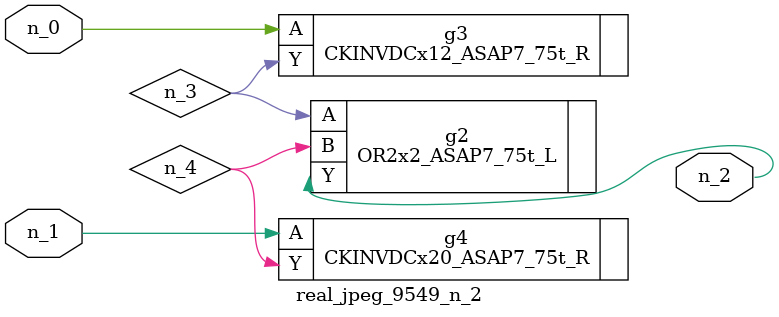
<source format=v>
module real_jpeg_9549_n_2 (n_1, n_0, n_2);

input n_1;
input n_0;

output n_2;

wire n_4;
wire n_3;

CKINVDCx12_ASAP7_75t_R g3 ( 
.A(n_0),
.Y(n_3)
);

CKINVDCx20_ASAP7_75t_R g4 ( 
.A(n_1),
.Y(n_4)
);

OR2x2_ASAP7_75t_L g2 ( 
.A(n_3),
.B(n_4),
.Y(n_2)
);


endmodule
</source>
